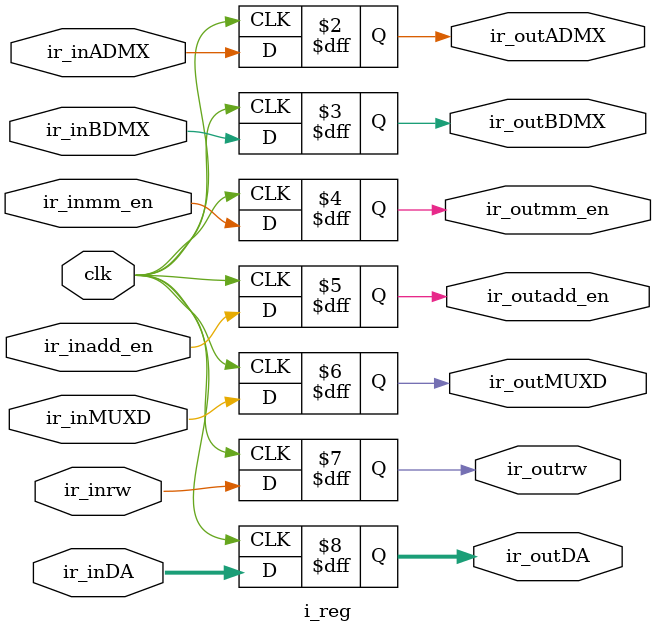
<source format=v>
`timescale 1ns / 1ps

module i_reg 
//#(  parameter IN_MSB = 3,
//    parameter OUT_MSB = 3)
  #(  parameter IR_BIT_WIDTH = 4 )
(   input clk,
    //input [IN_MSB-1:0] ir_in,
    //output reg [IN_MSB - OUT_MSB:0] ir_nxt,
    //output reg [OUT_MSB:0] ir_out
    input ir_inADMX, 
    input ir_inBDMX, 
    input ir_inmm_en, 
    input ir_inadd_en, 
    input ir_inMUXD, 
    input ir_inrw, 
    input [IR_BIT_WIDTH - 1:0] ir_inDA,
    output reg ir_outADMX, 
    output reg ir_outBDMX, 
    output reg ir_outmm_en, 
    output reg ir_outadd_en, 
    output reg ir_outMUXD, 
    output reg ir_outrw,
    output reg [IR_BIT_WIDTH - 1:0] ir_outDA
    );

    always@(posedge clk) 
    begin
        /*ir_nxt <= ir_in[IN_MSB - (OUT_MSB):0]; //trim off the top
        ir_out <= ir_in[IN_MSB - 1:IN_MSB - OUT_MSB]; //send outputs
        */
       ir_outADMX   <=  ir_inADMX;    
       ir_outBDMX   <=  ir_inBDMX;    
       ir_outmm_en  <=  ir_inmm_en;   
       ir_outadd_en <=  ir_inadd_en;  
       ir_outMUXD   <=  ir_inMUXD;    
       ir_outrw     <=  ir_inrw;     
       ir_outDA     <=  ir_inDA;
    end
endmodule

</source>
